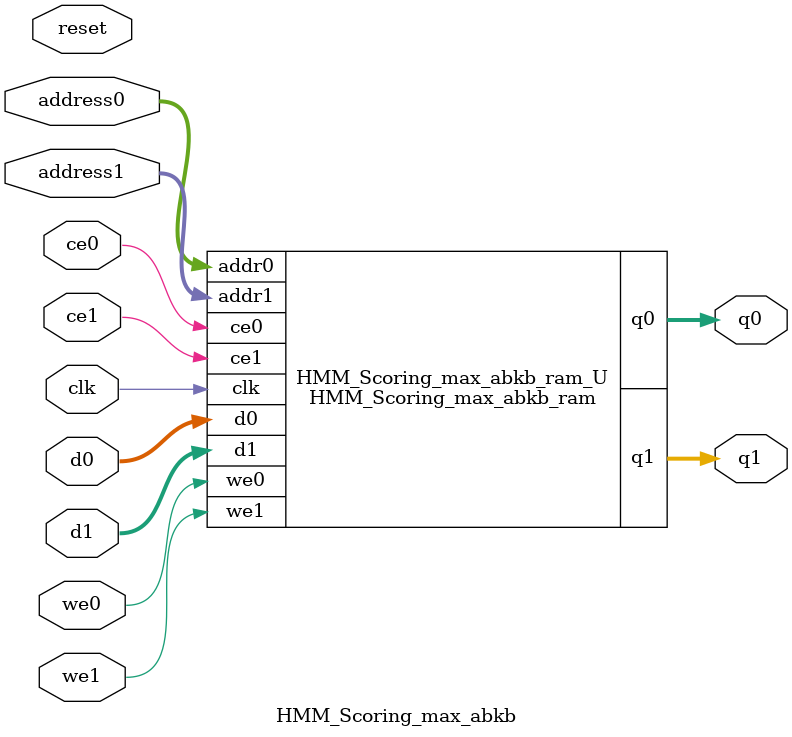
<source format=v>
`timescale 1 ns / 1 ps
module HMM_Scoring_max_abkb_ram (addr0, ce0, d0, we0, q0, addr1, ce1, d1, we1, q1,  clk);

parameter DWIDTH = 32;
parameter AWIDTH = 2;
parameter MEM_SIZE = 3;

input[AWIDTH-1:0] addr0;
input ce0;
input[DWIDTH-1:0] d0;
input we0;
output reg[DWIDTH-1:0] q0;
input[AWIDTH-1:0] addr1;
input ce1;
input[DWIDTH-1:0] d1;
input we1;
output reg[DWIDTH-1:0] q1;
input clk;

(* ram_style = "block" *)reg [DWIDTH-1:0] ram[0:MEM_SIZE-1];




always @(posedge clk)  
begin 
    if (ce0) 
    begin
        if (we0) 
        begin 
            ram[addr0] <= d0; 
        end 
        q0 <= ram[addr0];
    end
end


always @(posedge clk)  
begin 
    if (ce1) 
    begin
        if (we1) 
        begin 
            ram[addr1] <= d1; 
        end 
        q1 <= ram[addr1];
    end
end


endmodule

`timescale 1 ns / 1 ps
module HMM_Scoring_max_abkb(
    reset,
    clk,
    address0,
    ce0,
    we0,
    d0,
    q0,
    address1,
    ce1,
    we1,
    d1,
    q1);

parameter DataWidth = 32'd32;
parameter AddressRange = 32'd3;
parameter AddressWidth = 32'd2;
input reset;
input clk;
input[AddressWidth - 1:0] address0;
input ce0;
input we0;
input[DataWidth - 1:0] d0;
output[DataWidth - 1:0] q0;
input[AddressWidth - 1:0] address1;
input ce1;
input we1;
input[DataWidth - 1:0] d1;
output[DataWidth - 1:0] q1;



HMM_Scoring_max_abkb_ram HMM_Scoring_max_abkb_ram_U(
    .clk( clk ),
    .addr0( address0 ),
    .ce0( ce0 ),
    .we0( we0 ),
    .d0( d0 ),
    .q0( q0 ),
    .addr1( address1 ),
    .ce1( ce1 ),
    .we1( we1 ),
    .d1( d1 ),
    .q1( q1 ));

endmodule


</source>
